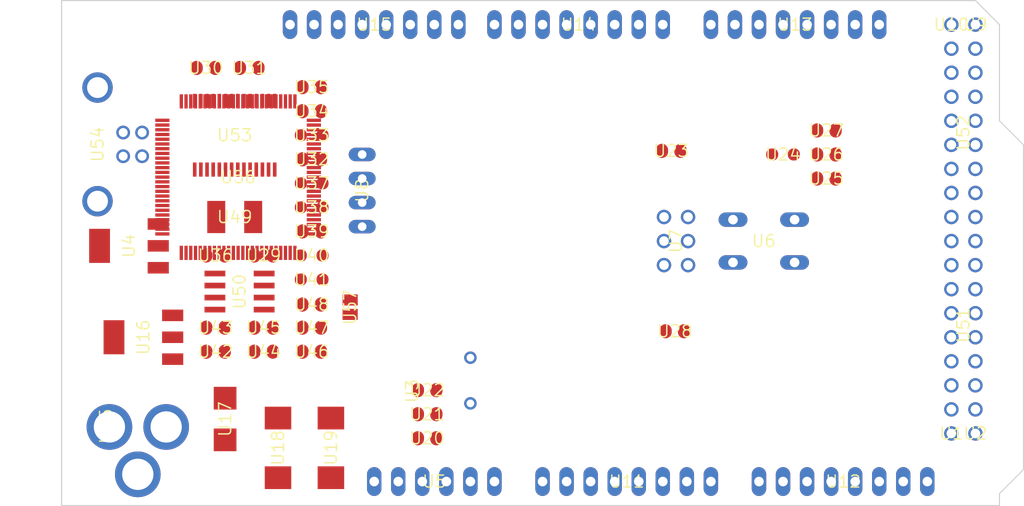
<source format=kicad_pcb>
(kicad_pcb (version 20221018) (generator pcbnew)
  (layers (0 "F.Cu" signal "Top") (31 "B.Cu" signal "Bottom") (34 "B.Paste" user) (35 "F.Paste" user) (36 "B.SilkS" user "B.Silkscreen") (37 "F.SilkS" user "F.Silkscreen") (38 "B.Mask" user) (39 "F.Mask" user) (44 "Edge.Cuts" user))
  (net 0 "")
  (net 1 "+5V")
  (net 2 "GND")
  (net 3 "N$6")
  (net 4 "N$7")
  (net 5 "AREF")
  (net 6 "RESET")
  (net 7 "VIN")
  (net 8 "N$3")
  (net 9 "PWRIN")
  (net 10 "M8RXD")
  (net 11 "M8TXD")
  (net 12 "ADC0")
  (net 13 "ADC2")
  (net 14 "ADC1")
  (net 15 "ADC3")
  (net 16 "ADC4")
  (net 17 "ADC5")
  (net 18 "ADC6")
  (net 19 "ADC7")
  (net 20 "+3V3")
  (net 21 "SDA")
  (net 22 "SCL")
  (net 23 "ADC9")
  (net 24 "ADC8")
  (net 25 "ADC10")
  (net 26 "ADC11")
  (net 27 "ADC12")
  (net 28 "ADC13")
  (net 29 "ADC14")
  (net 30 "ADC15")
  (net 31 "PB3")
  (net 32 "PB2")
  (net 33 "PB1")
  (net 34 "PB5")
  (net 35 "PB4")
  (net 36 "PE5")
  (net 37 "PE4")
  (net 38 "PE3")
  (net 39 "PE1")
  (net 40 "PE0")
  (net 41 "N$15")
  (net 42 "N$53")
  (net 43 "N$54")
  (net 44 "N$55")
  (net 45 "D-")
  (net 46 "D+")
  (net 47 "N$60")
  (net 48 "DTR")
  (net 49 "USBVCC")
  (net 50 "N$2")
  (net 51 "N$4")
  (net 52 "GATE_CMD")
  (net 53 "CMP")
  (net 54 "PB6")
  (net 55 "PH3")
  (net 56 "PH4")
  (net 57 "PH5")
  (net 58 "PH6")
  (net 59 "PG5")
  (net 60 "RXD1")
  (net 61 "TXD1")
  (net 62 "RXD2")
  (net 63 "RXD3")
  (net 64 "TXD2")
  (net 65 "TXD3")
  (net 66 "PC0")
  (net 67 "PC1")
  (net 68 "PC2")
  (net 69 "PC3")
  (net 70 "PC4")
  (net 71 "PC5")
  (net 72 "PC6")
  (net 73 "PC7")
  (net 74 "PB0")
  (net 75 "PG0")
  (net 76 "PG1")
  (net 77 "PG2")
  (net 78 "PD7")
  (net 79 "PA0")
  (net 80 "PA1")
  (net 81 "PA2")
  (net 82 "PA3")
  (net 83 "PA4")
  (net 84 "PA5")
  (net 85 "PA6")
  (net 86 "PA7")
  (net 87 "PL0")
  (net 88 "PL1")
  (net 89 "PL2")
  (net 90 "PL3")
  (net 91 "PL4")
  (net 92 "PL5")
  (net 93 "PL6")
  (net 94 "PL7")
  (net 95 "PB7")
  (net 96 "CTS")
  (net 97 "DSR")
  (net 98 "DCD")
  (net 99 "RI")
  (footprint "Arduino_MEGA_Reference_Design:2X03" (layer "F.Cu") (at 162.5981 103.7336 -90)
    (fp_text reference "U7")
    (fp_text value "")
  )
  (footprint "Arduino_MEGA_Reference_Design:1X08" (layer "F.Cu") (at 152.3111 80.8736 180)
    (fp_text reference "U14")
    (fp_text value "")
  )
  (footprint "Arduino_MEGA_Reference_Design:1X08" (layer "F.Cu") (at 130.7211 80.8736 180)
    (fp_text reference "U15")
    (fp_text value "")
  )
  (footprint "Arduino_MEGA_Reference_Design:SMC_D" (layer "F.Cu") (at 120.5611 125.5776 -90)
    (fp_text reference "U18")
    (fp_text value "")
  )
  (footprint "Arduino_MEGA_Reference_Design:SMC_D" (layer "F.Cu") (at 126.1491 125.5776 -90)
    (fp_text reference "U19")
    (fp_text value "")
  )
  (footprint "Arduino_MEGA_Reference_Design:B3F-10XX" (layer "F.Cu") (at 171.8691 103.7336 180)
    (fp_text reference "U6")
    (fp_text value "")
  )
  (footprint "Arduino_MEGA_Reference_Design:0805RND" (layer "F.Cu") (at 173.9011 94.5896 180)
    (fp_text reference "U24")
    (fp_text value "")
  )
  (footprint "Arduino_MEGA_Reference_Design:SMB" (layer "F.Cu") (at 114.9731 122.5296 -90)
    (fp_text reference "U17")
    (fp_text value "")
  )
  (footprint "Arduino_MEGA_Reference_Design:DC-21MM" (layer "F.Cu") (at 103.0351 123.2916 90)
    (fp_text reference "U55")
    (fp_text value "")
  )
  (footprint "Arduino_MEGA_Reference_Design:HC49_S" (layer "F.Cu") (at 140.8811 118.4656 90)
    (fp_text reference "U3")
    (fp_text value "")
  )
  (footprint "Arduino_MEGA_Reference_Design:SOT223" (layer "F.Cu") (at 106.3371 113.8936 90)
    (fp_text reference "U16")
    (fp_text value "")
  )
  (footprint "Arduino_MEGA_Reference_Design:1X06" (layer "F.Cu") (at 137.0711 129.1336)
    (fp_text reference "U5")
    (fp_text value "")
  )
  (footprint "Arduino_MEGA_Reference_Design:C0805RND" (layer "F.Cu") (at 124.1171 87.4776)
    (fp_text reference "U35")
    (fp_text value "")
  )
  (footprint "Arduino_MEGA_Reference_Design:C0805RND" (layer "F.Cu") (at 162.4711 113.2586)
    (fp_text reference "U28")
    (fp_text value "")
  )
  (footprint "Arduino_MEGA_Reference_Design:C0805RND" (layer "F.Cu") (at 136.3091 122.0216)
    (fp_text reference "U21")
    (fp_text value "")
  )
  (footprint "Arduino_MEGA_Reference_Design:C0805RND" (layer "F.Cu") (at 136.3091 119.4816)
    (fp_text reference "U22")
    (fp_text value "")
  )
  (footprint "Arduino_MEGA_Reference_Design:C0805RND" (layer "F.Cu") (at 113.9571 112.8776)
    (fp_text reference "U43")
    (fp_text value "")
  )
  (footprint "Arduino_MEGA_Reference_Design:RCL_0805RND" (layer "F.Cu") (at 124.1171 105.2576)
    (fp_text reference "U40")
    (fp_text value "")
  )
  (footprint "Arduino_MEGA_Reference_Design:RCL_0805RND" (layer "F.Cu") (at 124.1171 107.7976)
    (fp_text reference "U41")
    (fp_text value "")
  )
  (footprint "Arduino_MEGA_Reference_Design:1X08" (layer "F.Cu") (at 157.3911 129.1336)
    (fp_text reference "U11")
    (fp_text value "")
  )
  (footprint "Arduino_MEGA_Reference_Design:1X08" (layer "F.Cu") (at 175.1711 80.8736 180)
    (fp_text reference "U13")
    (fp_text value "")
  )
  (footprint "Arduino_MEGA_Reference_Design:R0805RND" (layer "F.Cu") (at 178.4731 94.5896 180)
    (fp_text reference "U26")
    (fp_text value "")
  )
  (footprint "Arduino_MEGA_Reference_Design:R0805RND" (layer "F.Cu") (at 178.4731 92.0496 180)
    (fp_text reference "U27")
    (fp_text value "")
  )
  (footprint "Arduino_MEGA_Reference_Design:TQFP100" (layer "F.Cu") (at 116.34784698486328 96.9803466796875 0)
    (fp_text reference "U56")
    (fp_text value "")
  )
  (footprint "Arduino_MEGA_Reference_Design:C0805RND" (layer "F.Cu") (at 162.0901 94.2086 180)
    (fp_text reference "U23")
    (fp_text value "")
  )
  (footprint "Arduino_MEGA_Reference_Design:C0805RND" (layer "F.Cu") (at 136.3091 124.5616)
    (fp_text reference "U20")
    (fp_text value "")
  )
  (footprint "Arduino_MEGA_Reference_Design:1X08" (layer "F.Cu") (at 180.2511 129.1336)
    (fp_text reference "U12")
    (fp_text value "")
  )
  (footprint "Arduino_MEGA_Reference_Design:R0805RND" (layer "F.Cu") (at 124.1171 112.8776)
    (fp_text reference "U47")
    (fp_text value "")
  )
  (footprint "Arduino_MEGA_Reference_Design:C0805RND" (layer "F.Cu") (at 124.1171 115.4176)
    (fp_text reference "U46")
    (fp_text value "")
  )
  (footprint "Arduino_MEGA_Reference_Design:C0805RND" (layer "F.Cu") (at 113.9571 105.2576)
    (fp_text reference "U36")
    (fp_text value "")
  )
  (footprint "Arduino_MEGA_Reference_Design:C0805RND" (layer "F.Cu") (at 112.9411 85.4456)
    (fp_text reference "U30")
    (fp_text value "")
  )
  (footprint "Arduino_MEGA_Reference_Design:0805RND" (layer "F.Cu") (at 124.1171 100.1776 180)
    (fp_text reference "U38")
    (fp_text value "")
  )
  (footprint "Arduino_MEGA_Reference_Design:0805RND" (layer "F.Cu") (at 124.1171 97.6376 180)
    (fp_text reference "U37")
    (fp_text value "")
  )
  (footprint "Arduino_MEGA_Reference_Design:R0805RND" (layer "F.Cu") (at 124.1171 95.0976)
    (fp_text reference "U32")
    (fp_text value "")
  )
  (footprint "Arduino_MEGA_Reference_Design:R0805RND" (layer "F.Cu") (at 124.1171 102.7176)
    (fp_text reference "U39")
    (fp_text value "")
  )
  (footprint "Arduino_MEGA_Reference_Design:SSOP28" (layer "F.Cu") (at 115.9891 92.5576)
    (fp_text reference "U53")
    (fp_text value "")
  )
  (footprint "Arduino_MEGA_Reference_Design:PN61729" (layer "F.Cu") (at 98.9584 93.5228 -90)
    (fp_text reference "U54")
    (fp_text value "")
  )
  (footprint "Arduino_MEGA_Reference_Design:L1812" (layer "F.Cu") (at 115.9891 101.1936)
    (fp_text reference "U49")
    (fp_text value "")
  )
  (footprint "Arduino_MEGA_Reference_Design:C0805RND" (layer "F.Cu") (at 117.5131 85.4456)
    (fp_text reference "U31")
    (fp_text value "")
  )
  (footprint "Arduino_MEGA_Reference_Design:0805RND" (layer "F.Cu") (at 124.1171 92.5576 180)
    (fp_text reference "U33")
    (fp_text value "")
  )
  (footprint "Arduino_MEGA_Reference_Design:R0805RND" (layer "F.Cu") (at 124.1171 90.0176 180)
    (fp_text reference "U34")
    (fp_text value "")
  )
  (footprint "Arduino_MEGA_Reference_Design:C0805RND" (layer "F.Cu") (at 124.1171 110.4392 180)
    (fp_text reference "U48")
    (fp_text value "")
  )
  (footprint "Arduino_MEGA_Reference_Design:SOT223" (layer "F.Cu") (at 104.8131 104.2416 90)
    (fp_text reference "U4")
    (fp_text value "")
  )
  (footprint "Arduino_MEGA_Reference_Design:SO08" (layer "F.Cu") (at 116.4971 109.0676 -90)
    (fp_text reference "U50")
    (fp_text value "")
  )
  (footprint "Arduino_MEGA_Reference_Design:R0805RND" (layer "F.Cu") (at 113.9571 115.4176 180)
    (fp_text reference "U42")
    (fp_text value "")
  )
  (footprint "Arduino_MEGA_Reference_Design:R0805RND" (layer "F.Cu") (at 119.0371 112.8776 180)
    (fp_text reference "U45")
    (fp_text value "")
  )
  (footprint "Arduino_MEGA_Reference_Design:C0805RND" (layer "F.Cu") (at 119.0371 115.4176 180)
    (fp_text reference "U44")
    (fp_text value "")
  )
  (footprint "Arduino_MEGA_Reference_Design:C0805RND" (layer "F.Cu") (at 119.0371 105.2576)
    (fp_text reference "U29")
    (fp_text value "")
  )
  (footprint "Arduino_MEGA_Reference_Design:2X08" (layer "F.Cu") (at 192.9511 92.3036 90)
    (fp_text reference "U52")
    (fp_text value "")
  )
  (footprint "Arduino_MEGA_Reference_Design:2X08" (layer "F.Cu") (at 192.9511 112.6236 90)
    (fp_text reference "U51")
    (fp_text value "")
  )
  (footprint "Arduino_MEGA_Reference_Design:R0805RND" (layer "F.Cu") (at 178.4731 97.1296 180)
    (fp_text reference "U25")
    (fp_text value "")
  )
  (footprint "Arduino_MEGA_Reference_Design:1X01" (layer "F.Cu") (at 191.6811 80.8736)
    (fp_text reference "U10")
    (fp_text value "")
  )
  (footprint "Arduino_MEGA_Reference_Design:1X01" (layer "F.Cu") (at 194.2211 80.8736)
    (fp_text reference "U9")
    (fp_text value "")
  )
  (footprint "Arduino_MEGA_Reference_Design:1X01" (layer "F.Cu") (at 191.6811 124.0536)
    (fp_text reference "U1")
    (fp_text value "")
  )
  (footprint "Arduino_MEGA_Reference_Design:1X01" (layer "F.Cu") (at 194.2211 124.0536)
    (fp_text reference "U2")
    (fp_text value "")
  )
  (footprint "Arduino_MEGA_Reference_Design:SJ" (layer "F.Cu") (at 128.1811 110.7186 -90)
    (fp_text reference "U57")
    (fp_text value "")
  )
  (footprint "Arduino_MEGA_Reference_Design:JP4" (layer "F.Cu") (at 129.4511 98.3996 -90)
    (fp_text reference "U8")
    (fp_text value "")
  )
  (gr_line (start 196.7611 80.8736) (end 196.7611 91.0336) (layer "Edge.Cuts") (width 0.12))
  (gr_line (start 196.7611 130.4036) (end 196.7611 131.6736) (layer "Edge.Cuts") (width 0.12))
  (gr_line (start 194.2211 78.3336) (end 196.7611 80.8736) (layer "Edge.Cuts") (width 0.12))
  (gr_line (start 97.7011 78.3336) (end 194.2211 78.3336) (layer "Edge.Cuts") (width 0.12))
  (gr_line (start 196.7611 91.0336) (end 199.3011 93.5736) (layer "Edge.Cuts") (width 0.12))
  (gr_line (start 97.7011 131.6736) (end 97.7011 78.3336) (layer "Edge.Cuts") (width 0.12))
  (gr_line (start 196.7611 131.6736) (end 97.7011 131.6736) (layer "Edge.Cuts") (width 0.12))
  (gr_line (start 199.3011 93.5736) (end 199.3011 127.8636) (layer "Edge.Cuts") (width 0.12))
  (gr_line (start 199.3011 127.8636) (end 196.7611 130.4036) (layer "Edge.Cuts") (width 0.12))
)
</source>
